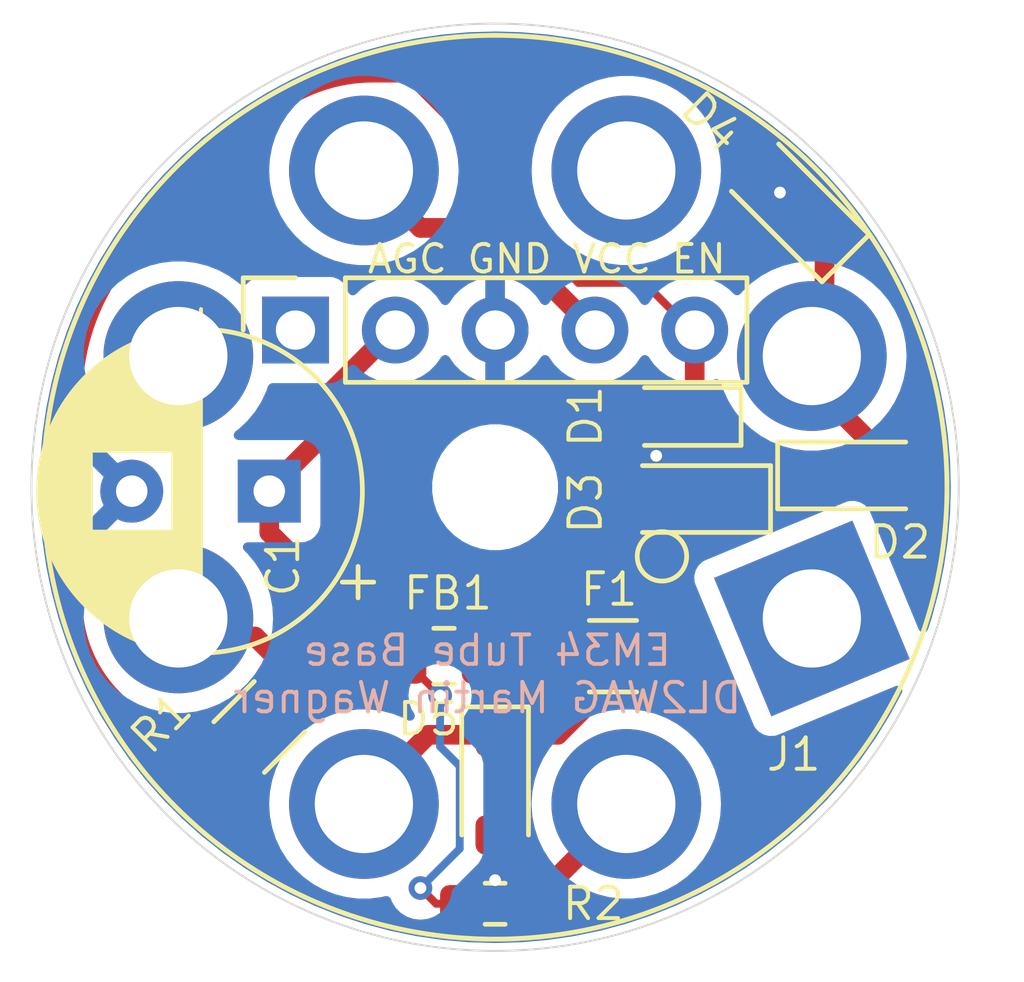
<source format=kicad_pcb>
(kicad_pcb (version 20240108) (generator "pcbnew") (generator_version "8.0")
  (title_block (title "Adaptor octal base") (date "2025-01-06") (rev "1") (company "Martin Wagner DL2WAG") (comment 1 "Based on Retronics 6U5"))
  (layers (0 "F.Cu" signal) (31 "B.Cu" signal) (34 "B.Paste" user) (35 "F.Paste" user) (36 "B.SilkS" user "B.Silkscreen") (37 "F.SilkS" user "F.Silkscreen") (38 "B.Mask" user) (39 "F.Mask" user) (44 "Edge.Cuts" user))
  (net 0 "")
  (net 1 "AGC")
  (net 2 "H2")
  (net 3 "H1")
  (net 4 "GND")
  (net 5 "VCC")
  (net 6 "Net-(F1-Pad2)")
  (net 7 "EN")
  (net 10 "Net-(J1-Pin_6)")
  (net 13 "K")
  (net 14 "Net-(D2-K)")
  (footprint "Retronics_Passives:CP_Radial_D8.0mm_P3.50mm_H21mm" (layer "F.Cu") (at 84.852651 77 180)
    (property "Reference" "C1" (at -0.347349 -1.9 90) (layer "F.SilkS") (effects (font (size 0.8 0.8) (thickness 0.1))))
    (property "Value" "1000µF 16V")
    (fp_line (start 5.831001 -0.533) (end 5.831001 0.533) (stroke (width 0.12)) (layer "F.SilkS"))
    (fp_line (start 5.790999 -0.768) (end 5.790999 0.768) (stroke (width 0.12)) (layer "F.SilkS"))
    (fp_line (start 5.751 -0.948) (end 5.751 0.948) (stroke (width 0.12)) (layer "F.SilkS"))
    (fp_line (start 5.711 -1.098) (end 5.711 1.098) (stroke (width 0.12)) (layer "F.SilkS"))
    (fp_line (start 5.671 -1.229) (end 5.671 1.229) (stroke (width 0.12)) (layer "F.SilkS"))
    (fp_line (start 5.631 -1.346) (end 5.631 1.346) (stroke (width 0.12)) (layer "F.SilkS"))
    (fp_line (start 5.591 -1.453) (end 5.591 1.453) (stroke (width 0.12)) (layer "F.SilkS"))
    (fp_line (start 5.551 -1.552) (end 5.551 1.552) (stroke (width 0.12)) (layer "F.SilkS"))
    (fp_line (start 5.511 -1.645) (end 5.511 1.645) (stroke (width 0.12)) (layer "F.SilkS"))
    (fp_line (start 5.471 -1.731) (end 5.471 1.731) (stroke (width 0.12)) (layer "F.SilkS"))
    (fp_line (start 5.431 -1.813001) (end 5.431 1.813001) (stroke (width 0.12)) (layer "F.SilkS"))
    (fp_line (start 5.391 -1.89) (end 5.391 1.89) (stroke (width 0.12)) (layer "F.SilkS"))
    (fp_line (start 5.351 -1.964) (end 5.351 1.964) (stroke (width 0.12)) (layer "F.SilkS"))
    (fp_line (start 5.311 -2.034) (end 5.311 2.034) (stroke (width 0.12)) (layer "F.SilkS"))
    (fp_line (start 5.271 -2.102) (end 5.271 2.102) (stroke (width 0.12)) (layer "F.SilkS"))
    (fp_line (start 5.231 -2.166) (end 5.231 2.166) (stroke (width 0.12)) (layer "F.SilkS"))
    (fp_line (start 5.191 -2.228) (end 5.191 2.228) (stroke (width 0.12)) (layer "F.SilkS"))
    (fp_line (start 5.151 -2.287) (end 5.151 2.287) (stroke (width 0.12)) (layer "F.SilkS"))
    (fp_line (start 5.111 -2.345) (end 5.111 2.345) (stroke (width 0.12)) (layer "F.SilkS"))
    (fp_line (start 5.071 -2.4) (end 5.071 2.4) (stroke (width 0.12)) (layer "F.SilkS"))
    (fp_line (start 5.031 -2.454) (end 5.031 2.454) (stroke (width 0.12)) (layer "F.SilkS"))
    (fp_line (start 4.990999 -2.505) (end 4.990999 2.505) (stroke (width 0.12)) (layer "F.SilkS"))
    (fp_line (start 4.951 -2.556) (end 4.951 2.556) (stroke (width 0.12)) (layer "F.SilkS"))
    (fp_line (start 4.910999 -2.604) (end 4.910999 2.604) (stroke (width 0.12)) (layer "F.SilkS"))
    (fp_line (start 4.871 -2.651) (end 4.871 2.651) (stroke (width 0.12)) (layer "F.SilkS"))
    (fp_line (start 4.831 -2.697) (end 4.831 2.697) (stroke (width 0.12)) (layer "F.SilkS"))
    (fp_line (start 4.791 -2.741) (end 4.791 2.741) (stroke (width 0.12)) (layer "F.SilkS"))
    (fp_line (start 4.751 -2.784) (end 4.751 2.784) (stroke (width 0.12)) (layer "F.SilkS"))
    (fp_line (start 4.711 -2.826) (end 4.711 2.826) (stroke (width 0.12)) (layer "F.SilkS"))
    (fp_line (start 4.671 -2.867) (end 4.671 2.867) (stroke (width 0.12)) (layer "F.SilkS"))
    (fp_line (start 4.631 -2.907) (end 4.631 2.907) (stroke (width 0.12)) (layer "F.SilkS"))
    (fp_line (start 4.591 -2.945) (end 4.591 2.945) (stroke (width 0.12)) (layer "F.SilkS"))
    (fp_line (start 4.550999 -2.983) (end 4.550999 2.983) (stroke (width 0.12)) (layer "F.SilkS"))
    (fp_line (start 4.511 1.04) (end 4.511 3.019) (stroke (width 0.12)) (layer "F.SilkS"))
    (fp_line (start 4.511 -3.019) (end 4.511 -1.04) (stroke (width 0.12)) (layer "F.SilkS"))
    (fp_line (start 4.471 -3.055) (end 4.470999 -1.04) (stroke (width 0.12)) (layer "F.SilkS"))
    (fp_line (start 4.470999 1.04) (end 4.471 3.055) (stroke (width 0.12)) (layer "F.SilkS"))
    (fp_line (start 4.431 1.04) (end 4.431 3.09) (stroke (width 0.12)) (layer "F.SilkS"))
    (fp_line (start 4.431 -3.09) (end 4.431 -1.04) (stroke (width 0.12)) (layer "F.SilkS"))
    (fp_line (start 4.391 1.04) (end 4.390999 3.124) (stroke (width 0.12)) (layer "F.SilkS"))
    (fp_line (start 4.390999 -3.124) (end 4.391 -1.04) (stroke (width 0.12)) (layer "F.SilkS"))
    (fp_line (start 4.351001 1.04) (end 4.351001 3.156) (stroke (width 0.12)) (layer "F.SilkS"))
    (fp_line (start 4.351001 -3.156) (end 4.351001 -1.04) (stroke (width 0.12)) (layer "F.SilkS"))
    (fp_line (start 4.311 1.04) (end 4.311 3.189) (stroke (width 0.12)) (layer "F.SilkS"))
    (fp_line (start 4.311 -3.189) (end 4.311 -1.04) (stroke (width 0.12)) (layer "F.SilkS"))
    (fp_line (start 4.271 1.04) (end 4.271 3.22) (stroke (width 0.12)) (layer "F.SilkS"))
    (fp_line (start 4.271 -3.22) (end 4.271 -1.04) (stroke (width 0.12)) (layer "F.SilkS"))
    (fp_line (start 4.231 1.04) (end 4.231 3.25) (stroke (width 0.12)) (layer "F.SilkS"))
    (fp_line (start 4.231 -3.25) (end 4.231 -1.04) (stroke (width 0.12)) (layer "F.SilkS"))
    (fp_line (start 4.191 1.040001) (end 4.191 3.28) (stroke (width 0.12)) (layer "F.SilkS"))
    (fp_line (start 4.191 -3.28) (end 4.191 -1.040001) (stroke (width 0.12)) (layer "F.SilkS"))
    (fp_line (start 4.151 1.04) (end 4.151 3.309) (stroke (width 0.12)) (layer "F.SilkS"))
    (fp_line (start 4.151 -3.309) (end 4.151 -1.04) (stroke (width 0.12)) (layer "F.SilkS"))
    (fp_line (start 4.111 1.04) (end 4.111 3.337999) (stroke (width 0.12)) (layer "F.SilkS"))
    (fp_line (start 4.111 -3.337999) (end 4.111 -1.04) (stroke (width 0.12)) (layer "F.SilkS"))
    (fp_line (start 4.071 1.04) (end 4.071 3.365) (stroke (width 0.12)) (layer "F.SilkS"))
    (fp_line (start 4.071 -3.365) (end 4.071 -1.04) (stroke (width 0.12)) (layer "F.SilkS"))
    (fp_line (start 4.031 -3.392) (end 4.030999 -1.04) (stroke (width 0.12)) (layer "F.SilkS"))
    (fp_line (start 4.030999 1.04) (end 4.031 3.392) (stroke (width 0.12)) (layer "F.SilkS"))
    (fp_line (start 3.991 1.04) (end 3.991 3.418) (stroke (width 0.12)) (layer "F.SilkS"))
    (fp_line (start 3.991 -3.418) (end 3.991 -1.04) (stroke (width 0.12)) (layer "F.SilkS"))
    (fp_line (start 3.951 1.04) (end 3.951 3.444) (stroke (width 0.12)) (layer "F.SilkS"))
    (fp_line (start 3.951 -3.444) (end 3.951 -1.04) (stroke (width 0.12)) (layer "F.SilkS"))
    (fp_line (start 3.911001 1.04) (end 3.911 3.469) (stroke (width 0.12)) (layer "F.SilkS"))
    (fp_line (start 3.911 -3.469) (end 3.911001 -1.04) (stroke (width 0.12)) (layer "F.SilkS"))
    (fp_line (start 3.871 1.04) (end 3.871 3.493) (stroke (width 0.12)) (layer "F.SilkS"))
    (fp_line (start 3.871 -3.493) (end 3.871 -1.04) (stroke (width 0.12)) (layer "F.SilkS"))
    (fp_line (start 3.831001 -3.517) (end 3.831 -1.04) (stroke (width 0.12)) (layer "F.SilkS"))
    (fp_line (start 3.831 1.04) (end 3.831001 3.517) (stroke (width 0.12)) (layer "F.SilkS"))
    (fp_line (start 3.791 1.04) (end 3.791 3.54) (stroke (width 0.12)) (layer "F.SilkS"))
    (fp_line (start 3.791 -3.54) (end 3.791 -1.04) (stroke (width 0.12)) (layer "F.SilkS"))
    (fp_line (start 3.751 1.040001) (end 3.751 3.562) (stroke (width 0.12)) (layer "F.SilkS"))
    (fp_line (start 3.751 -3.562) (end 3.751 -1.040001) (stroke (width 0.12)) (layer "F.SilkS"))
    (fp_line (start 3.711 1.04) (end 3.711 3.584) (stroke (width 0.12)) (layer "F.SilkS"))
    (fp_line (start 3.711 -3.584) (end 3.711 -1.04) (stroke (width 0.12)) (layer "F.SilkS"))
    (fp_line (start 3.671 1.04) (end 3.671 3.606) (stroke (width 0.12)) (layer "F.SilkS"))
    (fp_line (start 3.671 -3.606) (end 3.671 -1.04) (stroke (width 0.12)) (layer "F.SilkS"))
    (fp_line (start 3.631 1.04) (end 3.631 3.627) (stroke (width 0.12)) (layer "F.SilkS"))
    (fp_line (start 3.631 -3.627) (end 3.631 -1.04) (stroke (width 0.12)) (layer "F.SilkS"))
    (fp_line (start 3.591 1.040001) (end 3.591 3.647) (stroke (width 0.12)) (layer "F.SilkS"))
    (fp_line (start 3.591 -3.647) (end 3.591 -1.040001) (stroke (width 0.12)) (layer "F.SilkS"))
    (fp_line (start 3.551 1.04) (end 3.551 3.666) (stroke (width 0.12)) (layer "F.SilkS"))
    (fp_line (start 3.551 -3.666) (end 3.551 -1.04) (stroke (width 0.12)) (layer "F.SilkS"))
    (fp_line (start 3.511 1.04) (end 3.511 3.686001) (stroke (width 0.12)) (layer "F.SilkS"))
    (fp_line (start 3.511 -3.686001) (end 3.511 -1.04) (stroke (width 0.12)) (layer "F.SilkS"))
    (fp_line (start 3.471001 1.04) (end 3.471 3.704) (stroke (width 0.12)) (layer "F.SilkS"))
    (fp_line (start 3.471 -3.704) (end 3.471001 -1.04) (stroke (width 0.12)) (layer "F.SilkS"))
    (fp_line (start 3.431 -3.722) (end 3.430999 -1.04) (stroke (width 0.12)) (layer "F.SilkS"))
    (fp_line (start 3.430999 1.04) (end 3.431 3.722) (stroke (width 0.12)) (layer "F.SilkS"))
    (fp_line (start 3.391 1.04) (end 3.391 3.739999) (stroke (width 0.12)) (layer "F.SilkS"))
    (fp_line (start 3.391 -3.739999) (end 3.391 -1.04) (stroke (width 0.12)) (layer "F.SilkS"))
    (fp_line (start 3.351 1.04) (end 3.351 3.757) (stroke (width 0.12)) (layer "F.SilkS"))
    (fp_line (start 3.351 -3.757) (end 3.351 -1.04) (stroke (width 0.12)) (layer "F.SilkS"))
    (fp_line (start 3.311001 1.04) (end 3.311001 3.774) (stroke (width 0.12)) (layer "F.SilkS"))
    (fp_line (start 3.311001 -3.774) (end 3.311001 -1.04) (stroke (width 0.12)) (layer "F.SilkS"))
    (fp_line (start 3.271 1.04) (end 3.271 3.79) (stroke (width 0.12)) (layer "F.SilkS"))
    (fp_line (start 3.271 -3.79) (end 3.271 -1.04) (stroke (width 0.12)) (layer "F.SilkS"))
    (fp_line (start 3.231 1.04) (end 3.231 3.805) (stroke (width 0.12)) (layer "F.SilkS"))
    (fp_line (start 3.231 -3.805) (end 3.231 -1.04) (stroke (width 0.12)) (layer "F.SilkS"))
    (fp_line (start 3.191 1.04) (end 3.191 3.821) (stroke (width 0.12)) (layer "F.SilkS"))
    (fp_line (start 3.191 -3.821) (end 3.191 -1.04) (stroke (width 0.12)) (layer "F.SilkS"))
    (fp_line (start 3.151 1.040001) (end 3.151 3.835) (stroke (width 0.12)) (layer "F.SilkS"))
    (fp_line (start 3.151 -3.835) (end 3.151 -1.040001) (stroke (width 0.12)) (layer "F.SilkS"))
    (fp_line (start 3.111 1.04) (end 3.111 3.85) (stroke (width 0.12)) (layer "F.SilkS"))
    (fp_line (start 3.111 -3.85) (end 3.111 -1.04) (stroke (width 0.12)) (layer "F.SilkS"))
    (fp_line (start 3.071 1.04) (end 3.070999 3.863) (stroke (width 0.12)) (layer "F.SilkS"))
    (fp_line (start 3.070999 -3.863) (end 3.071 -1.04) (stroke (width 0.12)) (layer "F.SilkS"))
    (fp_line (start 3.031 1.04) (end 3.031 3.877) (stroke (width 0.12)) (layer "F.SilkS"))
    (fp_line (start 3.031 -3.877) (end 3.031 -1.04) (stroke (width 0.12)) (layer "F.SilkS"))
    (fp_line (start 2.991 -3.889) (end 2.990999 -1.04) (stroke (width 0.12)) (layer "F.SilkS"))
    (fp_line (start 2.990999 1.04) (end 2.991 3.889) (stroke (width 0.12)) (layer "F.SilkS"))
    (fp_line (start 2.951 1.04) (end 2.951 3.902) (stroke (width 0.12)) (layer "F.SilkS"))
    (fp_line (start 2.951 -3.902) (end 2.951 -1.04) (stroke (width 0.12)) (layer "F.SilkS"))
    (fp_line (start 2.911 1.04) (end 2.911 3.914) (stroke (width 0.12)) (layer "F.SilkS"))
    (fp_line (start 2.911 -3.914) (end 2.911 -1.04) (stroke (width 0.12)) (layer "F.SilkS"))
    (fp_line (start 2.871001 1.04) (end 2.871 3.925001) (stroke (width 0.12)) (layer "F.SilkS"))
    (fp_line (start 2.871 -3.925001) (end 2.871001 -1.04) (stroke (width 0.12)) (layer "F.SilkS"))
    (fp_line (start 2.831 1.04) (end 2.831 3.936) (stroke (width 0.12)) (layer "F.SilkS"))
    (fp_line (start 2.831 -3.936) (end 2.831 -1.04) (stroke (width 0.12)) (layer "F.SilkS"))
    (fp_line (start 2.791 1.04) (end 2.791 3.946999) (stroke (width 0.12)) (layer "F.SilkS"))
    (fp_line (start 2.791 -3.946999) (end 2.791 -1.04) (stroke (width 0.12)) (layer "F.SilkS"))
    (fp_line (start 2.751 1.04) (end 2.751 3.957) (stroke (width 0.12)) (layer "F.SilkS"))
    (fp_line (start 2.751 -3.957) (end 2.751 -1.04) (stroke (width 0.12)) (layer "F.SilkS"))
    (fp_line (start 2.711 1.040001) (end 2.711 3.967) (stroke (width 0.12)) (layer "F.SilkS"))
    (fp_line (start 2.711 -3.967) (end 2.711 -1.040001) (stroke (width 0.12)) (layer "F.SilkS"))
    (fp_line (start 2.671 1.04) (end 2.671 3.976) (stroke (width 0.12)) (layer "F.SilkS"))
    (fp_line (start 2.671 -3.976) (end 2.671 -1.04) (stroke (width 0.12)) (layer "F.SilkS"))
    (fp_line (start 2.631 1.04) (end 2.630999 3.985) (stroke (width 0.12)) (layer "F.SilkS"))
    (fp_line (start 2.630999 -3.985) (end 2.631 -1.04) (stroke (width 0.12)) (layer "F.SilkS"))
    (fp_line (start 2.591 1.04) (end 2.591 3.994) (stroke (width 0.12)) (layer "F.SilkS"))
    (fp_line (start 2.591 -3.994) (end 2.591 -1.04) (stroke (width 0.12)) (layer "F.SilkS"))
    (fp_line (start 2.551 -4.002) (end 2.550999 -1.04) (stroke (width 0.12)) (layer "F.SilkS"))
    (fp_line (start 2.550999 1.04) (end 2.551 4.002) (stroke (width 0.12)) (layer "F.SilkS"))
    (fp_line (start 2.511 1.04) (end 2.511 4.01) (stroke (width 0.12)) (layer "F.SilkS"))
    (fp_line (start 2.511 -4.01) (end 2.511 -1.04) (stroke (width 0.12)) (layer "F.SilkS"))
    (fp_line (start 2.471 1.04) (end 2.471 4.017) (stroke (width 0.12)) (layer "F.SilkS"))
    (fp_line (start 2.471 -4.017) (end 2.471 -1.04) (stroke (width 0.12)) (layer "F.SilkS"))
    (fp_line (start 2.43 -4.024) (end 2.43 4.024) (stroke (width 0.12)) (layer "F.SilkS"))
    (fp_line (start 2.39 -4.03) (end 2.39 4.03) (stroke (width 0.12)) (layer "F.SilkS"))
    (fp_line (start 2.35 -4.037) (end 2.35 4.037) (stroke (width 0.12)) (layer "F.SilkS"))
    (fp_line (start 2.31 -4.042) (end 2.31 4.042) (stroke (width 0.12)) (layer "F.SilkS"))
    (fp_line (start 2.27 -4.048) (end 2.27 4.048) (stroke (width 0.12)) (layer "F.SilkS"))
    (fp_line (start 2.23 -4.052) (end 2.23 4.052) (stroke (width 0.12)) (layer "F.SilkS"))
    (fp_line (start 2.19 -4.057) (end 2.19 4.057) (stroke (width 0.12)) (layer "F.SilkS"))
    (fp_line (start 2.15 -4.061) (end 2.15 4.061) (stroke (width 0.12)) (layer "F.SilkS"))
    (fp_line (start 2.11 -4.065) (end 2.11 4.065) (stroke (width 0.12)) (layer "F.SilkS"))
    (fp_line (start 2.07 -4.067999) (end 2.07 4.067999) (stroke (width 0.12)) (layer "F.SilkS"))
    (fp_line (start 2.03 -4.071) (end 2.03 4.071) (stroke (width 0.12)) (layer "F.SilkS"))
    (fp_line (start 1.99 -4.074001) (end 1.99 4.074001) (stroke (width 0.12)) (layer "F.SilkS"))
    (fp_line (start 1.95 -4.076) (end 1.95 4.076) (stroke (width 0.12)) (layer "F.SilkS"))
    (fp_line (start 1.91 -4.077) (end 1.91 4.077) (stroke (width 0.12)) (layer "F.SilkS"))
    (fp_line (start 1.87 -4.079) (end 1.87 4.079) (stroke (width 0.12)) (layer "F.SilkS"))
    (fp_line (start 1.83 -4.08) (end 1.83 4.08) (stroke (width 0.12)) (layer "F.SilkS"))
    (fp_line (start 1.79 -4.08) (end 1.79 4.08) (stroke (width 0.12)) (layer "F.SilkS"))
    (fp_line (start 1.75 -4.08) (end 1.75 4.08) (stroke (width 0.12)) (layer "F.SilkS"))
    (fp_line (start -2.259698 -2.715) (end -2.259698 -1.915) (stroke (width 0.12)) (layer "F.SilkS"))
    (fp_line (start -2.659698 -2.315) (end -1.859698 -2.315) (stroke (width 0.12)) (layer "F.SilkS"))
    (fp_circle (center 1.75 0) (end 5.87 0) (stroke (width 0.12)) (fill none) (layer "F.SilkS"))
    (pad "1" thru_hole rect (at 0 0 180) (size 1.6 1.6) (drill 0.8) (layers "*.Cu" "*.Mask") (net 5 "VCC"))
    (pad "2" thru_hole circle (at 3.5 0 180) (size 1.6 1.6) (drill 0.8) (layers "*.Cu" "*.Mask") (net 4 "GND"))
  )
  (footprint "Library:Valve_Octal_Base" (layer "F.Cu") (at 98.661493 80.23918 22.5)
    (property "Reference" "J1" (at -1.750762 3.020775 0) (layer "F.SilkS") (effects (font (size 0.8 0.8) (thickness 0.1))))
    (property "Value" "Octal Base")
    (fp_circle (center -6.17 -6.17) (end 5.33 -6.17) (stroke (width 0.12)) (fill none) (layer "F.SilkS"))
    (fp_circle (center -2.92 -2.92) (end -2.48 -2.47) (stroke (width 0.12)) (fill none) (layer "F.SilkS"))
    (pad "1" thru_hole rect (at 0 0 22.5) (size 3.81 3.81) (drill 2.5) (layers "*.Cu" "*.Mask"))
    (pad "2" thru_hole circle (at 2.555 -6.17 22.5) (size 3.81 3.81) (drill 2.5) (layers "*.Cu" "*.Mask") (net 3 "H1"))
    (pad "3" thru_hole circle (at -0.000001 -12.34 22.5) (size 3.81 3.81) (drill 2.5) (layers "*.Cu" "*.Mask"))
    (pad "4" thru_hole circle (at -6.17 -14.895 22.5) (size 3.81 3.81) (drill 2.5) (layers "*.Cu" "*.Mask") (net 1 "AGC"))
    (pad "5" thru_hole circle (at -12.34 -12.34 22.5) (size 3.81 3.81) (drill 2.5) (layers "*.Cu" "*.Mask"))
    (pad "6" thru_hole circle (at -14.895 -6.17 22.5) (size 3.81 3.81) (drill 2.5) (layers "*.Cu" "*.Mask") (net 10 "Net-(J1-Pin_6)"))
    (pad "7" thru_hole circle (at -12.34 0.000001 22.5) (size 3.81 3.81) (drill 2.5) (layers "*.Cu" "*.Mask") (net 2 "H2"))
    (pad "8" thru_hole circle (at -6.17 2.555 22.5) (size 3.81 3.81) (drill 2.5) (layers "*.Cu" "*.Mask") (net 13 "K"))
  )
  (footprint "Diode_SMD:D_SOD-323_HandSoldering" (layer "F.Cu") (at 99.8 76.6)
    (property "Reference" "D2" (at 1.1 1.7 360) (layer "F.SilkS") (effects (font (size 0.8 0.8) (thickness 0.1))))
    (property "Value" "1N5819W")
    (fp_line (start -2.01 -0.85) (end -2.01 0.85) (stroke (width 0.12)) (layer "F.SilkS"))
    (fp_line (start -2.01 -0.85) (end 1.25 -0.85) (stroke (width 0.12)) (layer "F.SilkS"))
    (fp_line (start -2.01 0.85) (end 1.25 0.85) (stroke (width 0.12)) (layer "F.SilkS"))
    (pad "1" smd roundrect (at -1.25 0) (size 1 1) (layers "F.Cu" "F.Paste" "F.Mask") (net 14 "Net-(D2-K)"))
    (pad "2" smd roundrect (at 1.25 0) (size 1 1) (layers "F.Cu" "F.Paste" "F.Mask") (net 3 "H1"))
  )
  (footprint "Diode_SMD:D_0603_1608Metric_Pad1.05x0.95mm_HandSolder" (layer "F.Cu") (at 95.2 75.1 180)
    (property "Reference" "D1" (at 2.3 0 90) (layer "F.SilkS") (effects (font (size 0.8 0.8) (thickness 0.1))))
    (property "Value" "3.3V")
    (fp_line (start 0.8 -0.735) (end -1.66 -0.735) (stroke (width 0.12)) (layer "F.SilkS"))
    (fp_line (start -1.66 0.735) (end 0.8 0.735) (stroke (width 0.12)) (layer "F.SilkS"))
    (fp_line (start -1.66 -0.735) (end -1.66 0.735) (stroke (width 0.12)) (layer "F.SilkS"))
    (pad "1" smd roundrect (at -0.875 0 180) (size 1.05 0.95) (layers "F.Cu" "F.Paste" "F.Mask") (net 7 "EN"))
    (pad "2" smd roundrect (at 0.875 0 180) (size 1.05 0.95) (layers "F.Cu" "F.Paste" "F.Mask") (net 4 "GND"))
  )
  (footprint "Fuse:Fuse_1206_3216Metric" (layer "F.Cu") (at 93.6 81.2 180)
    (property "Reference" "F1" (at 0.1 1.7 180) (layer "F.SilkS") (effects (font (size 0.8 0.8) (thickness 0.1))))
    (property "Value" "T1A")
    (fp_line (start -0.602064 0.91) (end 0.602064 0.91) (stroke (width 0.12)) (layer "F.SilkS"))
    (fp_line (start -0.602064 -0.91) (end 0.602064 -0.91) (stroke (width 0.12)) (layer "F.SilkS"))
    (pad "1" smd roundrect (at -1.4 0 180) (size 1.25 1.75) (layers "F.Cu" "F.Paste" "F.Mask") (roundrect_rratio 0.2) (net 14 "Net-(D2-K)"))
    (pad "2" smd roundrect (at 1.4 0 180) (size 1.25 1.75) (layers "F.Cu" "F.Paste" "F.Mask") (roundrect_rratio 0.2) (net 6 "Net-(F1-Pad2)"))
  )
  (footprint "Resistor_SMD:R_0603_1608Metric_Pad0.98x0.95mm_HandSolder" (layer "F.Cu") (at 90.6 87.5)
    (property "Reference" "R2" (at 2.5 0 0) (layer "F.SilkS") (effects (font (size 0.8 0.8) (thickness 0.1))))
    (property "Value" "4k7")
    (fp_line (start -0.254724 -0.5225) (end 0.254724 -0.5225) (stroke (width 0.12)) (layer "F.SilkS"))
    (fp_line (start -0.254724 0.5225) (end 0.254724 0.5225) (stroke (width 0.12)) (layer "F.SilkS"))
    (pad "1" smd roundrect (at -0.9125 0) (size 0.975 0.95) (layers "F.Cu" "F.Paste" "F.Mask") (net 5 "VCC"))
    (pad "2" smd roundrect (at 0.9125 0) (size 0.975 0.95) (layers "F.Cu" "F.Paste" "F.Mask") (net 13 "K"))
  )
  (footprint "Inductor_SMD:L_0805_2012Metric_Pad1.15x1.40mm_HandSolder" (layer "F.Cu") (at 89.3 81.2 180)
    (property "Reference" "FB1" (at -0.1 1.6 180) (layer "F.SilkS") (effects (font (size 0.8 0.8) (thickness 0.1))))
    (property "Value" "330Ω@100MHz")
    (fp_line (start -0.261252 0.71) (end 0.261252 0.71) (stroke (width 0.12)) (layer "F.SilkS"))
    (fp_line (start -0.261252 -0.71) (end 0.261252 -0.71) (stroke (width 0.12)) (layer "F.SilkS"))
    (pad "1" smd roundrect (at -1.025 0 180) (size 1.15 1.4) (layers "F.Cu" "F.Paste" "F.Mask") (roundrect_rratio 0.217391) (net 6 "Net-(F1-Pad2)"))
    (pad "2" smd roundrect (at 1.025 0 180) (size 1.15 1.4) (layers "F.Cu" "F.Paste" "F.Mask") (roundrect_rratio 0.217391) (net 5 "VCC"))
  )
  (footprint "Diode_SMD:D_SOD-323_HandSoldering" (layer "F.Cu") (at 98.1 69.65 135)
    (property "Reference" "D4" (at 2.863782 0.035355 135) (layer "F.SilkS") (effects (font (size 0.8 0.8) (thickness 0.1))))
    (property "Value" "1N5819W")
    (fp_line (start -2.01 -0.85) (end 1.25 -0.85) (stroke (width 0.12)) (layer "F.SilkS"))
    (fp_line (start -2.01 -0.85) (end -2.01 0.85) (stroke (width 0.12)) (layer "F.SilkS"))
    (fp_line (start -2.01 0.85) (end 1.25 0.85) (stroke (width 0.12)) (layer "F.SilkS"))
    (pad "1" smd roundrect (at -1.249999 0 135) (size 1 1) (layers "F.Cu" "F.Paste" "F.Mask") (net 3 "H1"))
    (pad "2" smd roundrect (at 1.249999 0 135) (size 1 1) (layers "F.Cu" "F.Paste" "F.Mask") (net 4 "GND"))
  )
  (footprint "Resistor_SMD:R_1206_3216Metric_Pad1.30x1.75mm_HandSolder" (layer "F.Cu") (at 84.6 83 -135)
    (property "Reference" "R1" (at 1.697056 1.838478 45) (layer "F.SilkS") (effects (font (size 0.8 0.8) (thickness 0.1))))
    (property "Value" "1M")
    (fp_line (start -0.727064 0.91) (end 0.727064 0.91) (stroke (width 0.12)) (layer "F.SilkS"))
    (fp_line (start -0.727064 -0.91) (end 0.727064 -0.91) (stroke (width 0.12)) (layer "F.SilkS"))
    (pad "1" smd roundrect (at -1.550001 0 225) (size 1.3 1.75) (layers "F.Cu" "F.Paste" "F.Mask") (roundrect_rratio 0.192308) (net 10 "Net-(J1-Pin_6)"))
    (pad "2" smd roundrect (at 1.550001 0 225) (size 1.3 1.75) (layers "F.Cu" "F.Paste" "F.Mask") (roundrect_rratio 0.192308) (net 7 "EN"))
  )
  (footprint "Diode_SMD:D_SOD-323_HandSoldering" (layer "F.Cu") (at 95.6 77.2 180)
    (property "Reference" "D3" (at 2.7 -0.1 90) (layer "F.SilkS") (effects (font (size 0.8 0.8) (thickness 0.1))))
    (property "Value" "1N5819W")
    (fp_line (start -2.01 0.85) (end 1.25 0.85) (stroke (width 0.12)) (layer "F.SilkS"))
    (fp_line (start -2.01 -0.85) (end 1.25 -0.85) (stroke (width 0.12)) (layer "F.SilkS"))
    (fp_line (start -2.01 -0.85) (end -2.01 0.85) (stroke (width 0.12)) (layer "F.SilkS"))
    (pad "1" smd roundrect (at -1.25 0 180) (size 1 1) (layers "F.Cu" "F.Paste" "F.Mask") (net 14 "Net-(D2-K)"))
    (pad "2" smd roundrect (at 1.25 0 180) (size 1 1) (layers "F.Cu" "F.Paste" "F.Mask") (net 2 "H2"))
  )
  (footprint "Connector_PinSocket_2.54mm:PinSocket_1x05_P2.54mm_Vertical" (layer "F.Cu") (at 85.520001 72.900001 90)
    (property "Reference" "J2" (at 0 -2.77 90) (layer "F.SilkS") (effects (font (size 0.8 0.8) (thickness 0.1))))
    (property "Value" "Pin Socket")
    (fp_line (start 1.33 -1.33) (end 1.33 0) (stroke (width 0.12)) (layer "F.SilkS"))
    (fp_line (start 0 -1.33) (end 1.33 -1.33) (stroke (width 0.12)) (layer "F.SilkS"))
    (fp_line (start 1.33 1.27) (end 1.33 11.49) (stroke (width 0.12)) (layer "F.SilkS"))
    (fp_line (start -1.33 1.27) (end 1.33 1.27) (stroke (width 0.12)) (layer "F.SilkS"))
    (fp_line (start -1.33 1.27) (end -1.33 11.49) (stroke (width 0.12)) (layer "F.SilkS"))
    (fp_line (start -1.33 11.49) (end 1.33 11.49) (stroke (width 0.12)) (layer "F.SilkS"))
    (pad "1" thru_hole rect (at 0 0 90) (size 1.7 1.7) (drill 1) (layers "*.Cu" "*.Mask"))
    (pad "2" thru_hole oval (at 0 2.54 90) (size 1.7 1.7) (drill 1) (layers "*.Cu" "*.Mask") (net 5 "VCC"))
    (pad "3" thru_hole oval (at 0 5.08 90) (size 1.7 1.7) (drill 1) (layers "*.Cu" "*.Mask") (net 4 "GND"))
    (pad "4" thru_hole oval (at 0 7.62 90) (size 1.7 1.7) (drill 1) (layers "*.Cu" "*.Mask") (net 1 "AGC"))
    (pad "5" thru_hole oval (at 0 10.16 90) (size 1.7 1.7) (drill 1) (layers "*.Cu" "*.Mask") (net 7 "EN"))
  )
  (footprint "Diode_SMD:D_SOD-323_HandSoldering" (layer "F.Cu") (at 90.6 84.5 -90)
    (property "Reference" "D5" (at -1.7 1.7 180) (layer "F.SilkS") (effects (font (size 0.8 0.8) (thickness 0.1))))
    (property "Value" "1N5819W")
    (fp_line (start -2.01 0.85) (end 1.25 0.85) (stroke (width 0.12)) (layer "F.SilkS"))
    (fp_line (start -2.01 -0.85) (end -2.01 0.85) (stroke (width 0.12)) (layer "F.SilkS"))
    (fp_line (start -2.01 -0.85) (end 1.25 -0.85) (stroke (width 0.12)) (layer "F.SilkS"))
    (pad "1" smd roundrect (at -1.25 0 270) (size 1 1) (layers "F.Cu" "F.Paste" "F.Mask") (net 2 "H2"))
    (pad "2" smd roundrect (at 1.25 0 270) (size 1 1) (layers "F.Cu" "F.Paste" "F.Mask") (net 4 "GND"))
  )
  (footprint "MountingHole:MountingHole_2.7mm_M2.5" (layer "F.Cu") (at 90.6 76.9)
    (property "Reference" "H1" (hide yes))
    (property "Value" "MountingHole")
    (pad "" np_thru_hole circle (at 0 0) (size 2.7 2.7) (drill 2.7) (layers "*.Cu" "*.Mask"))
  )
  (gr_circle (center 90.6 76.9) (end 102.4 76.9) (stroke (width 0.05)) (fill none) (layer "Edge.Cuts"))
  (gr_text "EM34 Tube Base\nDL2WAG Martin Wagner\n" (at 90.4 82.7 0) (layer "B.SilkS") (effects (font (size 0.75 0.75) (thickness 0.1)) (justify bottom mirror)))
  (gr_text "AGC GND VCC EN" (at 87.3 71.5 0) (layer "F.SilkS") (effects (font (size 0.7 0.7) (thickness 0.1)) (justify left bottom)))
  (segment (start 93.140001 72.900001) (end 90.54 70.3) (width 0.5) (layer "F.Cu") (net 1))
  (segment (start 88.7 70.3) (end 87.3 68.9) (width 0.5) (layer "F.Cu") (net 1))
  (segment (start 90.54 70.3) (end 88.7 70.3) (width 0.5) (layer "F.Cu") (net 1))
  (segment (start 88.9 83.2) (end 87.5 84.6) (width 0.5) (layer "F.Cu") (net 2))
  (segment (start 93.6 77.95) (end 93.6 81.796878) (width 0.5) (layer "F.Cu") (net 2))
  (segment (start 87.5 84.6) (end 87.5 84.8) (width 0.5) (layer "F.Cu") (net 2))
  (segment (start 92.196878 83.2) (end 88.9 83.2) (width 0.5) (layer "F.Cu") (net 2))
  (segment (start 93.6 81.796878) (end 92.196878 83.2) (width 0.5) (layer "F.Cu") (net 2))
  (segment (start 94.35 77.2) (end 93.6 77.95) (width 0.5) (layer "F.Cu") (net 2))
  (segment (start 101 76.6) (end 101.1 76.6) (width 0.5) (layer "F.Cu") (net 3))
  (segment (start 98.660848 74.260848) (end 101 76.6) (width 0.5) (layer "F.Cu") (net 3))
  (segment (start 98.660848 73.561087) (end 98.660848 74.260848) (width 0.5) (layer "F.Cu") (net 3))
  (segment (start 98.983883 70.533883) (end 98.983883 72.266117) (width 0.5) (layer "F.Cu") (net 3))
  (segment (start 94.325001 75.725001) (end 94.7 76.1) (width 0.2) (layer "F.Cu") (net 4))
  (segment (start 97.216117 68.766117) (end 97.85 69.4) (width 0.5) (layer "F.Cu") (net 4))
  (segment (start 90.6 85.75) (end 90.6 86.9) (width 0.5) (layer "F.Cu") (net 4))
  (segment (start 94.325001 75.1) (end 94.325001 75.725001) (width 0.2) (layer "F.Cu") (net 4))
  (via (at 94.7 76.1) (size 0.6) (drill 0.3) (layers "F.Cu" "B.Cu") (net 4))
  (via (at 90.6 86.9) (size 0.6) (drill 0.3) (layers "F.Cu" "B.Cu") (net 4))
  (via (at 97.85 69.4) (size 0.6) (drill 0.3) (layers "F.Cu" "B.Cu") (net 4))
  (segment (start 89.1 87.5) (end 89.7 87.5) (width 0.2) (layer "F.Cu") (net 5))
  (segment (start 88.7 87.1) (end 89.1 87.5) (width 0.2) (layer "F.Cu") (net 5))
  (segment (start 88.275 81.275) (end 89.2 82.2) (width 0.2) (layer "F.Cu") (net 5))
  (segment (start 88.275 81.2) (end 88.275 81.275) (width 0.2) (layer "F.Cu") (net 5))
  (segment (start 84.852651 78.052651) (end 87.1 80.3) (width 0.5) (layer "F.Cu") (net 5))
  (segment (start 86.1 75.7) (end 84.9 76.9) (width 0.5) (layer "F.Cu") (net 5))
  (segment (start 87.999999 72.900001) (end 86.1 74.8) (width 0.5) (layer "F.Cu") (net 5))
  (segment (start 84.852651 77) (end 84.852651 78.052651) (width 0.5) (layer "F.Cu") (net 5))
  (segment (start 88.060001 72.900001) (end 87.999999 72.900001) (width 0.5) (layer "F.Cu") (net 5))
  (segment (start 87.4 80.3) (end 88.3 81.2) (width 0.5) (layer "F.Cu") (net 5))
  (segment (start 87.1 80.3) (end 87.4 80.3) (width 0.5) (layer "F.Cu") (net 5))
  (segment (start 84.9 76.9) (end 84.9 77) (width 0.5) (layer "F.Cu") (net 5))
  (segment (start 86.1 74.8) (end 86.1 75.7) (width 0.5) (layer "F.Cu") (net 5))
  (via (at 89.2 82.2) (size 0.6) (drill 0.3) (layers "F.Cu" "B.Cu") (net 5))
  (via (at 88.7 87.1) (size 0.6) (drill 0.3) (layers "F.Cu" "B.Cu") (net 5))
  (segment (start 89.7 86.1) (end 89.7 84) (width 0.2) (layer "B.Cu") (net 5))
  (segment (start 89.2 83.5) (end 89.2 82.2) (width 0.2) (layer "B.Cu") (net 5))
  (segment (start 88.7 87.1) (end 89.7 86.1) (width 0.2) (layer "B.Cu") (net 5))
  (segment (start 89.7 84) (end 89.2 83.5) (width 0.2) (layer "B.Cu") (net 5))
  (segment (start 92.2 81.2) (end 90.3 81.2) (width 0.5) (layer "F.Cu") (net 6))
  (segment (start 80 79.8) (end 80 74.6) (width 0.2) (layer "F.Cu") (net 7))
  (segment (start 92.717817 71.7) (end 94.4 71.7) (width 0.2) (layer "F.Cu") (net 7))
  (segment (start 95.680001 72.900002) (end 95.680001 74.680001) (width 0.5) (layer "F.Cu") (net 7))
  (segment (start 94.4 71.7) (end 95.6 72.9) (width 0.2) (layer "F.Cu") (net 7))
  (segment (start 81.626346 70.673654) (end 84.6 67.7) (width 0.2) (layer "F.Cu") (net 7))
  (segment (start 95.680001 72.900002) (end 95.76643 72.810299) (width 0.2) (layer "F.Cu") (net 7))
  (segment (start 89.8 67.9) (end 89.8 68.782183) (width 0.2) (layer "F.Cu") (net 7))
  (segment (start 95.680001 74.680001) (end 96.1 75.1) (width 0.5) (layer "F.Cu") (net 7))
  (segment (start 88.4 66.5) (end 89.8 67.9) (width 0.2) (layer "F.Cu") (net 7))
  (segment (start 95.76643 72.810299) (end 95.91284 72.608782) (width 0.2) (layer "F.Cu") (net 7))
  (segment (start 87.497056 66.5) (end 88.4 66.5) (width 0.2) (layer "F.Cu") (net 7))
  (segment (start 95.91284 72.608782) (end 96.025922 72.386842) (width 0.2) (layer "F.Cu") (net 7))
  (segment (start 82.8 84) (end 81.5 82.7) (width 0.2) (layer "F.Cu") (net 7))
  (segment (start 81.5 82.7) (end 80.989949 82.18995) (width 0.2) (layer "F.Cu") (net 7))
  (segment (start 83.3 84) (end 82.8 84) (width 0.2) (layer "F.Cu") (net 7))
  (segment (start 89.8 68.782183) (end 92.717817 71.7) (width 0.2) (layer "F.Cu") (net 7))
  (arc (start 84.6 67.7) (mid 85.929181 66.81187) (end 87.497056 66.5) (width 0.2) (layer "F.Cu") (net 7))
  (arc (start 80.989949 82.18995) (mid 80.257279 81.093431) (end 80 79.8) (width 0.2) (layer "F.Cu") (net 7))
  (arc (start 80 74.6) (mid 80.422674 72.475076) (end 81.626346 70.673654) (width 0.2) (layer "F.Cu") (net 7))
  (segment (start 84.492032 80.7) (end 83.9 80.7) (width 0.5) (layer "F.Cu") (net 10))
  (segment (start 85.696016 81.903984) (end 84.492032 80.7) (width 0.5) (layer "F.Cu") (net 10))
  (segment (start 91.5125 87.5) (end 91.5125 87.4875) (width 0.5) (layer "F.Cu") (net 13))
  (segment (start 91.5125 87.4875) (end 93.7 85.3) (width 0.5) (layer "F.Cu") (net 13))
  (segment (start 97.5 76.6) (end 95 79.1) (width 0.5) (layer "F.Cu") (net 14))
  (segment (start 95 79.1) (end 95 81.3) (width 0.5) (layer "F.Cu") (net 14))
  (segment (start 98.55 76.6) (end 97.5 76.6) (width 0.5) (layer "F.Cu") (net 14))
  (zone (net 4) (net_name "GND") (layer "B.Cu") (connect_pads (clearance 0.5)) (min_thickness 0.25) (fill yes (thermal_gap 0.5) (thermal_bridge_width 0.5))
    (polygon (pts (xy 78 64.5) (xy 103 64.5) (xy 103 89.5) (xy 78 89.5)))
  )
)
</source>
